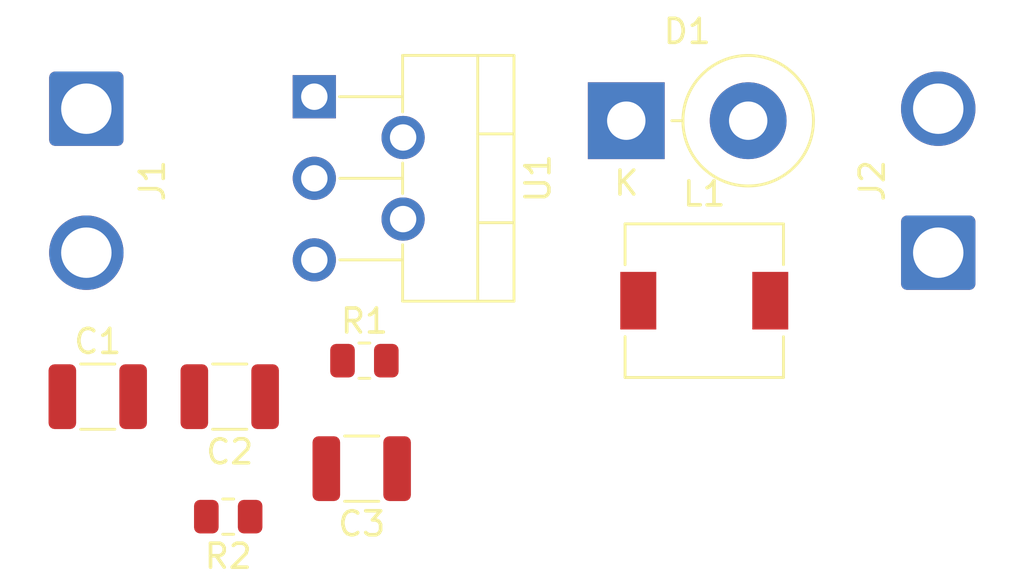
<source format=kicad_pcb>
(kicad_pcb (version 20240108) (generator "pcbnew") (generator_version "8.0")
  (layers (0 "F.Cu" signal) (31 "B.Cu" signal) (34 "B.Paste" user) (35 "F.Paste" user) (36 "B.SilkS" user "B.Silkscreen") (37 "F.SilkS" user "F.Silkscreen") (38 "B.Mask" user) (39 "F.Mask" user) (44 "Edge.Cuts" user))
  (net 0 "")
  (net 1 "Net-(J1-Pin_1)")
  (net 2 "GND")
  (net 3 "Net-(J2-Pin_1)")
  (net 4 "Net-(U1-FB)")
  (net 5 "Net-(D1-K)")
  (footprint "Connector_Wire:SolderWire-1.5sqmm_1x02_P6mm_D1.7mm_OD3mm" (layer "F.Cu") (at 104.5 31.5 -90)
    (property "Reference" "J1" (at 3 -2.75 90) (layer "F.SilkS"))
    (property "Value" "Conn_01x02_Socket")
    (pad "1" thru_hole roundrect (at 0 0 270) (size 3.1 3.1) (drill 2.1) (layers "*.Cu" "*.Mask") (roundrect_rratio 0.080645) (net 1 "Net-(J1-Pin_1)"))
    (pad "2" thru_hole circle (at 6 0 270) (size 3.1 3.1) (drill 2.1) (layers "*.Cu" "*.Mask") (net 2 "GND"))
  )
  (footprint "Resistor_SMD:R_0805_2012Metric" (layer "F.Cu") (at 110.4125 48.5 180)
    (property "Reference" "R2" (at 0 -1.65 180) (layer "F.SilkS"))
    (property "Value" "R")
    (fp_line (start -0.227064 0.735) (end 0.227064 0.735) (stroke (width 0.12)) (layer "F.SilkS"))
    (fp_line (start -0.227064 -0.735) (end 0.227064 -0.735) (stroke (width 0.12)) (layer "F.SilkS"))
    (pad "1" smd roundrect (at -0.9125 0 180) (size 1.025 1.4) (layers "F.Cu" "F.Paste" "F.Mask") (roundrect_rratio 0.243902) (net 4 "Net-(U1-FB)"))
    (pad "2" smd roundrect (at 0.9125 0 180) (size 1.025 1.4) (layers "F.Cu" "F.Paste" "F.Mask") (roundrect_rratio 0.243902) (net 2 "GND"))
  )
  (footprint "Inductor_SMD:L_6.3x6.3_H3" (layer "F.Cu") (at 130.25 39.5)
    (property "Reference" "L1" (at 0 -4.45 0) (layer "F.SilkS"))
    (property "Value" "L")
    (fp_line (start -3.3 -3.2) (end 3.3 -3.2) (stroke (width 0.12)) (layer "F.SilkS"))
    (fp_line (start -3.3 -1.5) (end -3.3 -3.2) (stroke (width 0.12)) (layer "F.SilkS"))
    (fp_line (start -3.3 3.2) (end -3.3 1.5) (stroke (width 0.12)) (layer "F.SilkS"))
    (fp_line (start 3.3 -3.2) (end 3.3 -1.5) (stroke (width 0.12)) (layer "F.SilkS"))
    (fp_line (start 3.3 1.5) (end 3.3 3.2) (stroke (width 0.12)) (layer "F.SilkS"))
    (fp_line (start 3.3 3.2) (end -3.3 3.2) (stroke (width 0.12)) (layer "F.SilkS"))
    (pad "1" smd rect (at -2.75 0) (size 1.5 2.4) (layers "F.Cu" "F.Paste" "F.Mask") (net 5 "Net-(D1-K)"))
    (pad "2" smd rect (at 2.75 0) (size 1.5 2.4) (layers "F.Cu" "F.Paste" "F.Mask") (net 3 "Net-(J2-Pin_1)"))
  )
  (footprint "Capacitor_SMD:C_1210_3225Metric" (layer "F.Cu") (at 110.475 43.5 180)
    (property "Reference" "C2" (at 0 -2.3 180) (layer "F.SilkS"))
    (property "Value" "C")
    (fp_line (start -0.711252 1.36) (end 0.711252 1.36) (stroke (width 0.12)) (layer "F.SilkS"))
    (fp_line (start -0.711252 -1.36) (end 0.711252 -1.36) (stroke (width 0.12)) (layer "F.SilkS"))
    (pad "1" smd roundrect (at -1.475 0 180) (size 1.15 2.7) (layers "F.Cu" "F.Paste" "F.Mask") (roundrect_rratio 0.217391) (net 3 "Net-(J2-Pin_1)"))
    (pad "2" smd roundrect (at 1.475 0 180) (size 1.15 2.7) (layers "F.Cu" "F.Paste" "F.Mask") (roundrect_rratio 0.217391) (net 2 "GND"))
  )
  (footprint "Capacitor_SMD:C_1210_3225Metric" (layer "F.Cu") (at 104.975 43.5)
    (property "Reference" "C1" (at 0 -2.3 0) (layer "F.SilkS"))
    (property "Value" "C")
    (fp_line (start -0.711252 -1.36) (end 0.711252 -1.36) (stroke (width 0.12)) (layer "F.SilkS"))
    (fp_line (start -0.711252 1.36) (end 0.711252 1.36) (stroke (width 0.12)) (layer "F.SilkS"))
    (pad "1" smd roundrect (at -1.475 0) (size 1.15 2.7) (layers "F.Cu" "F.Paste" "F.Mask") (roundrect_rratio 0.217391) (net 1 "Net-(J1-Pin_1)"))
    (pad "2" smd roundrect (at 1.475 0) (size 1.15 2.7) (layers "F.Cu" "F.Paste" "F.Mask") (roundrect_rratio 0.217391) (net 2 "GND"))
  )
  (footprint "Capacitor_SMD:C_1210_3225Metric" (layer "F.Cu") (at 115.975 46.5 180)
    (property "Reference" "C3" (at 0 -2.3 180) (layer "F.SilkS"))
    (property "Value" "C")
    (fp_line (start -0.711252 1.36) (end 0.711252 1.36) (stroke (width 0.12)) (layer "F.SilkS"))
    (fp_line (start -0.711252 -1.36) (end 0.711252 -1.36) (stroke (width 0.12)) (layer "F.SilkS"))
    (pad "1" smd roundrect (at -1.475 0 180) (size 1.15 2.7) (layers "F.Cu" "F.Paste" "F.Mask") (roundrect_rratio 0.217391) (net 4 "Net-(U1-FB)"))
    (pad "2" smd roundrect (at 1.475 0 180) (size 1.15 2.7) (layers "F.Cu" "F.Paste" "F.Mask") (roundrect_rratio 0.217391) (net 3 "Net-(J2-Pin_1)"))
  )
  (footprint "Connector_Wire:SolderWire-1.5sqmm_1x02_P6mm_D1.7mm_OD3mm" (layer "F.Cu") (at 140 37.5 90)
    (property "Reference" "J2" (at 3 -2.75 270) (layer "F.SilkS"))
    (property "Value" "Conn_01x02_Socket")
    (pad "1" thru_hole roundrect (at 0 0 90) (size 3.1 3.1) (drill 2.1) (layers "*.Cu" "*.Mask") (roundrect_rratio 0.080645) (net 3 "Net-(J2-Pin_1)"))
    (pad "2" thru_hole circle (at 6 0 90) (size 3.1 3.1) (drill 2.1) (layers "*.Cu" "*.Mask") (net 2 "GND"))
  )
  (footprint "Diode_THT:D_DO-201AD_P5.08mm_Vertical_KathodeUp" (layer "F.Cu") (at 127 32)
    (property "Reference" "D1" (at 2.54 -3.72 0) (layer "F.SilkS"))
    (property "Value" "1N5822")
    (fp_line (start 2.36 0) (end 1.9 0) (stroke (width 0.12)) (layer "F.SilkS"))
    (fp_circle (center 5.08 0) (end 7.8 0) (stroke (width 0.12)) (fill none) (layer "F.SilkS"))
    (fp_text user "K" (at 0 2.6 0) (layer "F.SilkS"))
    (pad "1" thru_hole rect (at 0 0) (size 3.2 3.2) (drill 1.6) (layers "*.Cu" "*.Mask") (net 5 "Net-(D1-K)"))
    (pad "2" thru_hole oval (at 5.08 0) (size 3.2 3.2) (drill 1.6) (layers "*.Cu" "*.Mask") (net 2 "GND"))
  )
  (footprint "Package_TO_SOT_THT:TO-220-5_P3.4x3.7mm_StaggerOdd_Lead3.8mm_Vertical" (layer "F.Cu") (at 114 31 -90)
    (property "Reference" "U1" (at 3.4 -9.32 90) (layer "F.SilkS"))
    (property "Value" "LM2596T-ADJ")
    (fp_line (start -1.721 -3.679) (end 0.635 -3.679) (stroke (width 0.12)) (layer "F.SilkS"))
    (fp_line (start 0 -3.679) (end 0 -1.049) (stroke (width 0.12)) (layer "F.SilkS"))
    (fp_line (start 2.765 -3.679) (end 4.035 -3.679) (stroke (width 0.12)) (layer "F.SilkS"))
    (fp_line (start 3.4 -3.679) (end 3.4 -1.065) (stroke (width 0.12)) (layer "F.SilkS"))
    (fp_line (start 6.165 -3.679) (end 8.52 -3.679) (stroke (width 0.12)) (layer "F.SilkS"))
    (fp_line (start 6.8 -3.679) (end 6.8 -1.065) (stroke (width 0.12)) (layer "F.SilkS"))
    (fp_line (start -1.721 -6.811) (end 8.52 -6.811) (stroke (width 0.12)) (layer "F.SilkS"))
    (fp_line (start -1.721 -8.32) (end -1.721 -3.679) (stroke (width 0.12)) (layer "F.SilkS"))
    (fp_line (start -1.721 -8.32) (end 8.52 -8.32) (stroke (width 0.12)) (layer "F.SilkS"))
    (fp_line (start 1.55 -8.32) (end 1.55 -6.811) (stroke (width 0.12)) (layer "F.SilkS"))
    (fp_line (start 5.25 -8.32) (end 5.25 -6.811) (stroke (width 0.12)) (layer "F.SilkS"))
    (fp_line (start 8.52 -8.32) (end 8.52 -3.679) (stroke (width 0.12)) (layer "F.SilkS"))
    (pad "1" thru_hole rect (at 0 0 270) (size 1.8 1.8) (drill 1.1) (layers "*.Cu" "*.Mask") (net 1 "Net-(J1-Pin_1)"))
    (pad "2" thru_hole oval (at 1.7 -3.7 270) (size 1.8 1.8) (drill 1.1) (layers "*.Cu" "*.Mask") (net 5 "Net-(D1-K)"))
    (pad "3" thru_hole oval (at 3.4 0 270) (size 1.8 1.8) (drill 1.1) (layers "*.Cu" "*.Mask") (net 2 "GND"))
    (pad "4" thru_hole oval (at 5.1 -3.7 270) (size 1.8 1.8) (drill 1.1) (layers "*.Cu" "*.Mask") (net 4 "Net-(U1-FB)"))
    (pad "5" thru_hole oval (at 6.8 0 270) (size 1.8 1.8) (drill 1.1) (layers "*.Cu" "*.Mask") (net 2 "GND"))
  )
  (footprint "Resistor_SMD:R_0805_2012Metric" (layer "F.Cu") (at 116.0875 42)
    (property "Reference" "R1" (at 0 -1.65 0) (layer "F.SilkS"))
    (property "Value" "R")
    (fp_line (start -0.227064 -0.735) (end 0.227064 -0.735) (stroke (width 0.12)) (layer "F.SilkS"))
    (fp_line (start -0.227064 0.735) (end 0.227064 0.735) (stroke (width 0.12)) (layer "F.SilkS"))
    (pad "1" smd roundrect (at -0.9125 0) (size 1.025 1.4) (layers "F.Cu" "F.Paste" "F.Mask") (roundrect_rratio 0.243902) (net 3 "Net-(J2-Pin_1)"))
    (pad "2" smd roundrect (at 0.9125 0) (size 1.025 1.4) (layers "F.Cu" "F.Paste" "F.Mask") (roundrect_rratio 0.243902) (net 4 "Net-(U1-FB)"))
  )
)
</source>
